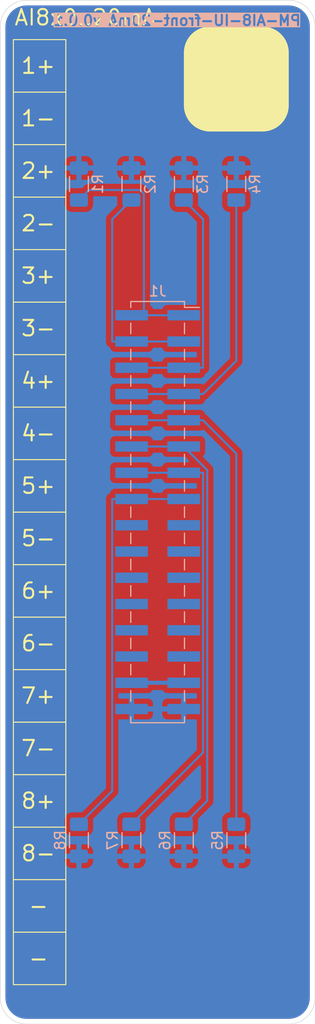
<source format=kicad_pcb>
(kicad_pcb (version 20240108) (generator "pcbnew") (generator_version "8.0")
  (layers (0 "F.Cu" signal) (31 "B.Cu" signal) (34 "B.Paste" user) (35 "F.Paste" user) (36 "B.SilkS" user "B.Silkscreen") (37 "F.SilkS" user "F.Silkscreen") (38 "B.Mask" user) (39 "F.Mask" user) (44 "Edge.Cuts" user))
  (net 0 "")
  (net 5 "/IN3")
  (net 6 "/IN4")
  (net 13 "/IN5")
  (net 16 "GND")
  (net 17 "/IN1")
  (net 18 "/IN7")
  (net 19 "/IN8")
  (net 20 "+5V")
  (net 21 "/IN2")
  (net 22 "/IN6")
  (footprint "Resistor_SMD:R_1206_3216Metric_Pad1.30x1.75mm_HandSolder" (layer "B.Cu") (at 63.5 68.58 90)
    (property "Reference" "R2" (at 0 1.82 90) (layer "B.SilkS") (effects (justify mirror)))
    (property "Value" "200")
    (fp_line (start 0.727064 -0.91) (end -0.727064 -0.91) (stroke (width 0.12)) (layer "B.SilkS"))
    (fp_line (start 0.727064 0.91) (end -0.727064 0.91) (stroke (width 0.12)) (layer "B.SilkS"))
    (pad "1" smd roundrect (at -1.55 0 90) (size 1.3 1.75) (layers "B.Cu" "B.Paste" "B.Mask") (roundrect_rratio 0.192308) (net 21 "/IN2"))
    (pad "2" smd roundrect (at 1.55 0 90) (size 1.3 1.75) (layers "B.Cu" "B.Paste" "B.Mask") (roundrect_rratio 0.192308) (net 16 "GND"))
  )
  (footprint "Resistor_SMD:R_1206_3216Metric_Pad1.30x1.75mm_HandSolder" (layer "B.Cu") (at 73.66 68.58 90)
    (property "Reference" "R4" (at 0 1.82 90) (layer "B.SilkS") (effects (justify mirror)))
    (property "Value" "200")
    (fp_line (start 0.727064 -0.91) (end -0.727064 -0.91) (stroke (width 0.12)) (layer "B.SilkS"))
    (fp_line (start 0.727064 0.91) (end -0.727064 0.91) (stroke (width 0.12)) (layer "B.SilkS"))
    (pad "1" smd roundrect (at -1.55 0 90) (size 1.3 1.75) (layers "B.Cu" "B.Paste" "B.Mask") (roundrect_rratio 0.192308) (net 6 "/IN4"))
    (pad "2" smd roundrect (at 1.55 0 90) (size 1.3 1.75) (layers "B.Cu" "B.Paste" "B.Mask") (roundrect_rratio 0.192308) (net 16 "GND"))
  )
  (footprint "Resistor_SMD:R_1206_3216Metric_Pad1.30x1.75mm_HandSolder" (layer "B.Cu") (at 68.58 68.58 90)
    (property "Reference" "R3" (at 0 1.82 90) (layer "B.SilkS") (effects (justify mirror)))
    (property "Value" "200")
    (fp_line (start 0.727064 -0.91) (end -0.727064 -0.91) (stroke (width 0.12)) (layer "B.SilkS"))
    (fp_line (start 0.727064 0.91) (end -0.727064 0.91) (stroke (width 0.12)) (layer "B.SilkS"))
    (pad "1" smd roundrect (at -1.55 0 90) (size 1.3 1.75) (layers "B.Cu" "B.Paste" "B.Mask") (roundrect_rratio 0.192308) (net 5 "/IN3"))
    (pad "2" smd roundrect (at 1.55 0 90) (size 1.3 1.75) (layers "B.Cu" "B.Paste" "B.Mask") (roundrect_rratio 0.192308) (net 16 "GND"))
  )
  (footprint "Resistor_SMD:R_1206_3216Metric_Pad1.30x1.75mm_HandSolder" (layer "B.Cu") (at 68.58 132.08 -90)
    (property "Reference" "R6" (at 0 1.82 90) (layer "B.SilkS") (effects (justify mirror)))
    (property "Value" "200")
    (fp_line (start 0.727064 0.91) (end -0.727064 0.91) (stroke (width 0.12)) (layer "B.SilkS"))
    (fp_line (start 0.727064 -0.91) (end -0.727064 -0.91) (stroke (width 0.12)) (layer "B.SilkS"))
    (pad "1" smd roundrect (at -1.55 0 270) (size 1.3 1.75) (layers "B.Cu" "B.Paste" "B.Mask") (roundrect_rratio 0.192308) (net 22 "/IN6"))
    (pad "2" smd roundrect (at 1.55 0 270) (size 1.3 1.75) (layers "B.Cu" "B.Paste" "B.Mask") (roundrect_rratio 0.192308) (net 16 "GND"))
  )
  (footprint "Resistor_SMD:R_1206_3216Metric_Pad1.30x1.75mm_HandSolder" (layer "B.Cu") (at 58.42 68.58 90)
    (property "Reference" "R1" (at 0 1.82 90) (layer "B.SilkS") (effects (justify mirror)))
    (property "Value" "200")
    (fp_line (start 0.727064 -0.91) (end -0.727064 -0.91) (stroke (width 0.12)) (layer "B.SilkS"))
    (fp_line (start 0.727064 0.91) (end -0.727064 0.91) (stroke (width 0.12)) (layer "B.SilkS"))
    (pad "1" smd roundrect (at -1.55 0 90) (size 1.3 1.75) (layers "B.Cu" "B.Paste" "B.Mask") (roundrect_rratio 0.192308) (net 17 "/IN1"))
    (pad "2" smd roundrect (at 1.55 0 90) (size 1.3 1.75) (layers "B.Cu" "B.Paste" "B.Mask") (roundrect_rratio 0.192308) (net 16 "GND"))
  )
  (footprint "Resistor_SMD:R_1206_3216Metric_Pad1.30x1.75mm_HandSolder" (layer "B.Cu") (at 73.66 132.08 -90)
    (property "Reference" "R5" (at 0 1.82 90) (layer "B.SilkS") (effects (justify mirror)))
    (property "Value" "200")
    (fp_line (start 0.727064 0.91) (end -0.727064 0.91) (stroke (width 0.12)) (layer "B.SilkS"))
    (fp_line (start 0.727064 -0.91) (end -0.727064 -0.91) (stroke (width 0.12)) (layer "B.SilkS"))
    (pad "1" smd roundrect (at -1.55 0 270) (size 1.3 1.75) (layers "B.Cu" "B.Paste" "B.Mask") (roundrect_rratio 0.192308) (net 13 "/IN5"))
    (pad "2" smd roundrect (at 1.55 0 270) (size 1.3 1.75) (layers "B.Cu" "B.Paste" "B.Mask") (roundrect_rratio 0.192308) (net 16 "GND"))
  )
  (footprint "Resistor_SMD:R_1206_3216Metric_Pad1.30x1.75mm_HandSolder" (layer "B.Cu") (at 63.5 132.08 -90)
    (property "Reference" "R7" (at 0 1.82 90) (layer "B.SilkS") (effects (justify mirror)))
    (property "Value" "200")
    (fp_line (start 0.727064 0.91) (end -0.727064 0.91) (stroke (width 0.12)) (layer "B.SilkS"))
    (fp_line (start 0.727064 -0.91) (end -0.727064 -0.91) (stroke (width 0.12)) (layer "B.SilkS"))
    (pad "1" smd roundrect (at -1.55 0 270) (size 1.3 1.75) (layers "B.Cu" "B.Paste" "B.Mask") (roundrect_rratio 0.192308) (net 18 "/IN7"))
    (pad "2" smd roundrect (at 1.55 0 270) (size 1.3 1.75) (layers "B.Cu" "B.Paste" "B.Mask") (roundrect_rratio 0.192308) (net 16 "GND"))
  )
  (footprint "Resistor_SMD:R_1206_3216Metric_Pad1.30x1.75mm_HandSolder" (layer "B.Cu") (at 58.42 132.08 -90)
    (property "Reference" "R8" (at 0 1.82 90) (layer "B.SilkS") (effects (justify mirror)))
    (property "Value" "200")
    (fp_line (start 0.727064 0.91) (end -0.727064 0.91) (stroke (width 0.12)) (layer "B.SilkS"))
    (fp_line (start 0.727064 -0.91) (end -0.727064 -0.91) (stroke (width 0.12)) (layer "B.SilkS"))
    (pad "1" smd roundrect (at -1.55 0 270) (size 1.3 1.75) (layers "B.Cu" "B.Paste" "B.Mask") (roundrect_rratio 0.192308) (net 19 "/IN8"))
    (pad "2" smd roundrect (at 1.55 0 270) (size 1.3 1.75) (layers "B.Cu" "B.Paste" "B.Mask") (roundrect_rratio 0.192308) (net 16 "GND"))
  )
  (footprint "Connector_PinHeader_2.54mm:PinHeader_2x16_P2.54mm_Vertical_SMD" (layer "B.Cu") (at 66.04 100.33 180)
    (property "Reference" "J1" (at 0 21.38 0) (layer "B.SilkS") (effects (justify mirror)))
    (property "Value" "PinHeader P2.54 02x16 SMD Straight")
    (fp_line (start 2.6 20.38) (end -2.6 20.38) (stroke (width 0.12)) (layer "B.SilkS"))
    (fp_line (start 2.6 19.81) (end 2.6 20.38) (stroke (width 0.12)) (layer "B.SilkS"))
    (fp_line (start 2.6 17.27) (end 2.6 18.29) (stroke (width 0.12)) (layer "B.SilkS"))
    (fp_line (start 2.6 14.73) (end 2.6 15.75) (stroke (width 0.12)) (layer "B.SilkS"))
    (fp_line (start 2.6 12.19) (end 2.6 13.21) (stroke (width 0.12)) (layer "B.SilkS"))
    (fp_line (start 2.6 9.65) (end 2.6 10.67) (stroke (width 0.12)) (layer "B.SilkS"))
    (fp_line (start 2.6 7.11) (end 2.6 8.13) (stroke (width 0.12)) (layer "B.SilkS"))
    (fp_line (start 2.6 4.57) (end 2.6 5.59) (stroke (width 0.12)) (layer "B.SilkS"))
    (fp_line (start 2.6 2.03) (end 2.6 3.05) (stroke (width 0.12)) (layer "B.SilkS"))
    (fp_line (start 2.6 -0.51) (end 2.6 0.51) (stroke (width 0.12)) (layer "B.SilkS"))
    (fp_line (start 2.6 -3.05) (end 2.6 -2.03) (stroke (width 0.12)) (layer "B.SilkS"))
    (fp_line (start 2.6 -5.59) (end 2.6 -4.57) (stroke (width 0.12)) (layer "B.SilkS"))
    (fp_line (start 2.6 -8.13) (end 2.6 -7.11) (stroke (width 0.12)) (layer "B.SilkS"))
    (fp_line (start 2.6 -10.67) (end 2.6 -9.65) (stroke (width 0.12)) (layer "B.SilkS"))
    (fp_line (start 2.6 -13.21) (end 2.6 -12.19) (stroke (width 0.12)) (layer "B.SilkS"))
    (fp_line (start 2.6 -15.75) (end 2.6 -14.73) (stroke (width 0.12)) (layer "B.SilkS"))
    (fp_line (start 2.6 -18.29) (end 2.6 -17.27) (stroke (width 0.12)) (layer "B.SilkS"))
    (fp_line (start 2.6 -20.38) (end 2.6 -19.81) (stroke (width 0.12)) (layer "B.SilkS"))
    (fp_line (start 2.6 -20.38) (end -2.6 -20.38) (stroke (width 0.12)) (layer "B.SilkS"))
    (fp_line (start -2.6 19.81) (end -2.6 20.38) (stroke (width 0.12)) (layer "B.SilkS"))
    (fp_line (start -2.6 19.81) (end -4.04 19.81) (stroke (width 0.12)) (layer "B.SilkS"))
    (fp_line (start -2.6 17.27) (end -2.6 18.29) (stroke (width 0.12)) (layer "B.SilkS"))
    (fp_line (start -2.6 14.73) (end -2.6 15.75) (stroke (width 0.12)) (layer "B.SilkS"))
    (fp_line (start -2.6 12.19) (end -2.6 13.21) (stroke (width 0.12)) (layer "B.SilkS"))
    (fp_line (start -2.6 9.65) (end -2.6 10.67) (stroke (width 0.12)) (layer "B.SilkS"))
    (fp_line (start -2.6 7.11) (end -2.6 8.13) (stroke (width 0.12)) (layer "B.SilkS"))
    (fp_line (start -2.6 4.57) (end -2.6 5.59) (stroke (width 0.12)) (layer "B.SilkS"))
    (fp_line (start -2.6 2.03) (end -2.6 3.05) (stroke (width 0.12)) (layer "B.SilkS"))
    (fp_line (start -2.6 -0.51) (end -2.6 0.51) (stroke (width 0.12)) (layer "B.SilkS"))
    (fp_line (start -2.6 -3.05) (end -2.6 -2.03) (stroke (width 0.12)) (layer "B.SilkS"))
    (fp_line (start -2.6 -5.59) (end -2.6 -4.57) (stroke (width 0.12)) (layer "B.SilkS"))
    (fp_line (start -2.6 -8.13) (end -2.6 -7.11) (stroke (width 0.12)) (layer "B.SilkS"))
    (fp_line (start -2.6 -10.67) (end -2.6 -9.65) (stroke (width 0.12)) (layer "B.SilkS"))
    (fp_line (start -2.6 -13.21) (end -2.6 -12.19) (stroke (width 0.12)) (layer "B.SilkS"))
    (fp_line (start -2.6 -15.75) (end -2.6 -14.73) (stroke (width 0.12)) (layer "B.SilkS"))
    (fp_line (start -2.6 -18.29) (end -2.6 -17.27) (stroke (width 0.12)) (layer "B.SilkS"))
    (fp_line (start -2.6 -20.38) (end -2.6 -19.81) (stroke (width 0.12)) (layer "B.SilkS"))
    (pad "1" smd rect (at -2.525 19.05 180) (size 3.15 1) (layers "B.Cu" "B.Paste" "B.Mask") (net 17 "/IN1"))
    (pad "2" smd rect (at 2.525 19.05 180) (size 3.15 1) (layers "B.Cu" "B.Paste" "B.Mask") (net 17 "/IN1"))
    (pad "3" smd rect (at -2.525 16.51 180) (size 3.15 1) (layers "B.Cu" "B.Paste" "B.Mask") (net 21 "/IN2"))
    (pad "4" smd rect (at 2.525 16.51 180) (size 3.15 1) (layers "B.Cu" "B.Paste" "B.Mask") (net 21 "/IN2"))
    (pad "5" smd rect (at -2.525 13.97 180) (size 3.15 1) (layers "B.Cu" "B.Paste" "B.Mask") (net 5 "/IN3"))
    (pad "6" smd rect (at 2.525 13.97 180) (size 3.15 1) (layers "B.Cu" "B.Paste" "B.Mask") (net 5 "/IN3"))
    (pad "7" smd rect (at -2.525 11.43 180) (size 3.15 1) (layers "B.Cu" "B.Paste" "B.Mask") (net 6 "/IN4"))
    (pad "8" smd rect (at 2.525 11.43 180) (size 3.15 1) (layers "B.Cu" "B.Paste" "B.Mask") (net 6 "/IN4"))
    (pad "9" smd rect (at -2.525 8.89 180) (size 3.15 1) (layers "B.Cu" "B.Paste" "B.Mask") (net 13 "/IN5"))
    (pad "10" smd rect (at 2.525 8.89 180) (size 3.15 1) (layers "B.Cu" "B.Paste" "B.Mask") (net 13 "/IN5"))
    (pad "11" smd rect (at -2.525 6.35 180) (size 3.15 1) (layers "B.Cu" "B.Paste" "B.Mask") (net 22 "/IN6"))
    (pad "12" smd rect (at 2.525 6.35 180) (size 3.15 1) (layers "B.Cu" "B.Paste" "B.Mask") (net 22 "/IN6"))
    (pad "13" smd rect (at -2.525 3.81 180) (size 3.15 1) (layers "B.Cu" "B.Paste" "B.Mask") (net 18 "/IN7"))
    (pad "14" smd rect (at 2.525 3.81 180) (size 3.15 1) (layers "B.Cu" "B.Paste" "B.Mask") (net 18 "/IN7"))
    (pad "15" smd rect (at -2.525 1.27 180) (size 3.15 1) (layers "B.Cu" "B.Paste" "B.Mask") (net 19 "/IN8"))
    (pad "16" smd rect (at 2.525 1.27 180) (size 3.15 1) (layers "B.Cu" "B.Paste" "B.Mask") (net 19 "/IN8"))
    (pad "17" smd rect (at -2.525 -1.27 180) (size 3.15 1) (layers "B.Cu" "B.Paste" "B.Mask"))
    (pad "18" smd rect (at 2.525 -1.27 180) (size 3.15 1) (layers "B.Cu" "B.Paste" "B.Mask"))
    (pad "19" smd rect (at -2.525 -3.81 180) (size 3.15 1) (layers "B.Cu" "B.Paste" "B.Mask"))
    (pad "20" smd rect (at 2.525 -3.81 180) (size 3.15 1) (layers "B.Cu" "B.Paste" "B.Mask"))
    (pad "21" smd rect (at -2.525 -6.35 180) (size 3.15 1) (layers "B.Cu" "B.Paste" "B.Mask"))
    (pad "22" smd rect (at 2.525 -6.35 180) (size 3.15 1) (layers "B.Cu" "B.Paste" "B.Mask"))
    (pad "23" smd rect (at -2.525 -8.89 180) (size 3.15 1) (layers "B.Cu" "B.Paste" "B.Mask"))
    (pad "24" smd rect (at 2.525 -8.89 180) (size 3.15 1) (layers "B.Cu" "B.Paste" "B.Mask"))
    (pad "25" smd rect (at -2.525 -11.43 180) (size 3.15 1) (layers "B.Cu" "B.Paste" "B.Mask"))
    (pad "26" smd rect (at 2.525 -11.43 180) (size 3.15 1) (layers "B.Cu" "B.Paste" "B.Mask"))
    (pad "27" smd rect (at -2.525 -13.97 180) (size 3.15 1) (layers "B.Cu" "B.Paste" "B.Mask"))
    (pad "28" smd rect (at 2.525 -13.97 180) (size 3.15 1) (layers "B.Cu" "B.Paste" "B.Mask"))
    (pad "29" smd rect (at -2.525 -16.51 180) (size 3.15 1) (layers "B.Cu" "B.Paste" "B.Mask") (net 20 "+5V"))
    (pad "30" smd rect (at 2.525 -16.51 180) (size 3.15 1) (layers "B.Cu" "B.Paste" "B.Mask") (net 20 "+5V"))
    (pad "31" smd rect (at -2.525 -19.05 180) (size 3.15 1) (layers "B.Cu" "B.Paste" "B.Mask") (net 16 "GND"))
    (pad "32" smd rect (at 2.525 -19.05 180) (size 3.15 1) (layers "B.Cu" "B.Paste" "B.Mask") (net 16 "GND"))
  )
  (gr_rect (start 52.07 140.97) (end 57.15 146.05) (stroke (width 0.1)) (fill none) (layer "F.SilkS"))
  (gr_rect (start 52.07 130.81) (end 57.15 135.89) (stroke (width 0.1)) (fill none) (layer "F.SilkS"))
  (gr_rect (start 52.07 90.17) (end 57.15 95.25) (stroke (width 0.1)) (fill none) (layer "F.SilkS"))
  (gr_rect (start 52.07 74.93) (end 57.15 80.01) (stroke (width 0.1)) (fill none) (layer "F.SilkS"))
  (gr_rect (start 52.07 110.49) (end 57.15 115.57) (stroke (width 0.1)) (fill none) (layer "F.SilkS"))
  (gr_rect (start 52.07 125.73) (end 57.15 130.81) (stroke (width 0.1)) (fill none) (layer "F.SilkS"))
  (gr_rect (start 52.07 54.61) (end 57.15 59.69) (stroke (width 0.1)) (fill none) (layer "F.SilkS"))
  (gr_rect (start 52.07 95.25) (end 57.15 100.33) (stroke (width 0.1)) (fill none) (layer "F.SilkS"))
  (gr_rect (start 52.07 80.01) (end 57.15 85.09) (stroke (width 0.1)) (fill none) (layer "F.SilkS"))
  (gr_rect (start 52.07 115.57) (end 57.15 120.65) (stroke (width 0.1)) (fill none) (layer "F.SilkS"))
  (gr_rect (start 52.07 105.41) (end 57.15 110.49) (stroke (width 0.1)) (fill none) (layer "F.SilkS"))
  (gr_rect (start 52.07 85.09) (end 57.15 90.17) (stroke (width 0.1)) (fill none) (layer "F.SilkS"))
  (gr_poly (pts (arc (start 68.58 60.96) (mid 69.323949 62.756051) (end 71.12 63.5)) (arc (start 76.2 63.5) (mid 77.996051 62.756051) (end 78.74 60.96)) (arc (start 78.74 55.88) (mid 77.996051 54.083949) (end 76.2 53.34)) (arc (start 71.12 53.34) (mid 69.323949 54.083949) (end 68.58 55.88))) (fill solid) (layer "F.SilkS"))
  (gr_rect (start 52.07 64.77) (end 57.15 69.85) (stroke (width 0.1)) (fill none) (layer "F.SilkS"))
  (gr_rect (start 52.07 135.89) (end 57.15 140.97) (stroke (width 0.1)) (fill none) (layer "F.SilkS"))
  (gr_rect (start 52.07 59.69) (end 57.15 64.77) (stroke (width 0.1)) (fill none) (layer "F.SilkS"))
  (gr_rect (start 52.07 120.65) (end 57.15 125.73) (stroke (width 0.1)) (fill none) (layer "F.SilkS"))
  (gr_rect (start 52.07 69.85) (end 57.15 74.93) (stroke (width 0.1)) (fill none) (layer "F.SilkS"))
  (gr_rect (start 52.07 100.33) (end 57.15 105.41) (stroke (width 0.1)) (fill none) (layer "F.SilkS"))
  (gr_line (start 81.28 53.34) (end 81.28 147.32) (stroke (width 0.05)) (layer "Edge.Cuts"))
  (gr_arc (start 78.74 50.8) (mid 80.536051 51.543949) (end 81.28 53.34) (stroke (width 0.05)) (layer "Edge.Cuts"))
  (gr_arc (start 81.28 147.32) (mid 80.536051 149.116051) (end 78.74 149.86) (stroke (width 0.05)) (layer "Edge.Cuts"))
  (gr_line (start 78.74 149.86) (end 53.34 149.86) (stroke (width 0.05)) (layer "Edge.Cuts"))
  (gr_arc (start 53.34 149.86) (mid 51.543949 149.116051) (end 50.8 147.32) (stroke (width 0.05)) (layer "Edge.Cuts"))
  (gr_line (start 53.34 50.8) (end 78.74 50.8) (stroke (width 0.05)) (layer "Edge.Cuts"))
  (gr_arc (start 50.8 53.34) (mid 51.543949 51.543949) (end 53.34 50.8) (stroke (width 0.05)) (layer "Edge.Cuts"))
  (gr_line (start 50.8 147.32) (end 50.8 53.34) (stroke (width 0.05)) (layer "Edge.Cuts"))
  (gr_text "PM-AI8-IU-front-20mA v0.0.1" (at 80.01 53.34 0) (layer "B.SilkS" knockout) (effects (font (size 1 1) (thickness 0.2) (bold yes)) (justify left bottom mirror)))
  (gr_text "5-" (at 52.71 103.7415 0) (layer "F.SilkS") (effects (font (size 1.5 1.5) (thickness 0.2)) (justify left bottom)))
  (gr_text "8+" (at 52.71 129.1415 0) (layer "F.SilkS") (effects (font (size 1.5 1.5) (thickness 0.2)) (justify left bottom)))
  (gr_text "3+" (at 52.71 78.3415 0) (layer "F.SilkS") (effects (font (size 1.5 1.5) (thickness 0.2)) (justify left bottom)))
  (gr_text "2-" (at 52.71 73.2615 0) (layer "F.SilkS") (effects (font (size 1.5 1.5) (thickness 0.2)) (justify left bottom)))
  (gr_text "-" (at 54.502857 144.3815 0) (layer "F.SilkS") (effects (font (size 1.5 1.5) (thickness 0.2)) (justify bottom)))
  (gr_text "4-" (at 52.71 93.5815 0) (layer "F.SilkS") (effects (font (size 1.5 1.5) (thickness 0.2)) (justify left bottom)))
  (gr_text "7+" (at 52.71 118.9815 0) (layer "F.SilkS") (effects (font (size 1.5 1.5) (thickness 0.2)) (justify left bottom)))
  (gr_text "AI8x0..20mA" (at 52.07 53.34 0) (layer "F.SilkS") (effects (font (size 1.5 1.5) (thickness 0.2)) (justify left bottom)))
  (gr_text "4+" (at 52.71 88.5015 0) (layer "F.SilkS") (effects (font (size 1.5 1.5) (thickness 0.2)) (justify left bottom)))
  (gr_text "8-" (at 52.71 134.2215 0) (layer "F.SilkS") (effects (font (size 1.5 1.5) (thickness 0.2)) (justify left bottom)))
  (gr_text "6-" (at 52.71 113.9015 0) (layer "F.SilkS") (effects (font (size 1.5 1.5) (thickness 0.2)) (justify left bottom)))
  (gr_text "-" (at 54.502857 139.3015 0) (layer "F.SilkS") (effects (font (size 1.5 1.5) (thickness 0.2)) (justify bottom)))
  (gr_text "7-" (at 52.71 124.0615 0) (layer "F.SilkS") (effects (font (size 1.5 1.5) (thickness 0.2)) (justify left bottom)))
  (gr_text "2+" (at 52.71 68.1815 0) (layer "F.SilkS") (effects (font (size 1.5 1.5) (thickness 0.2)) (justify left bottom)))
  (gr_text "1+" (at 52.71 58.0215 0) (layer "F.SilkS") (effects (font (size 1.5 1.5) (thickness 0.2)) (justify left bottom)))
  (gr_text "1-" (at 52.71 63.1015 0) (layer "F.SilkS") (effects (font (size 1.5 1.5) (thickness 0.2)) (justify left bottom)))
  (gr_text "6+" (at 52.71 108.8215 0) (layer "F.SilkS") (effects (font (size 1.5 1.5) (thickness 0.2)) (justify left bottom)))
  (gr_text "3-" (at 52.71 83.4215 0) (layer "F.SilkS") (effects (font (size 1.5 1.5) (thickness 0.2)) (justify left bottom)))
  (gr_text "5+" (at 52.71 98.6615 0) (layer "F.SilkS") (effects (font (size 1.5 1.5) (thickness 0.2)) (justify left bottom)))
  (segment (start 68.58 70.13) (end 70.4417 71.9917) (width 0.2) (layer "B.Cu") (net 5))
  (segment (start 68.565 86.36) (end 70.4417 86.36) (width 0.2) (layer "B.Cu") (net 5))
  (segment (start 63.515 86.36) (end 68.565 86.36) (width 0.2) (layer "B.Cu") (net 5))
  (segment (start 70.4417 71.9917) (end 70.4417 86.36) (width 0.2) (layer "B.Cu") (net 5))
  (segment (start 73.66 70.13) (end 73.66 85.6817) (width 0.2) (layer "B.Cu") (net 6))
  (segment (start 63.515 88.9) (end 68.565 88.9) (width 0.2) (layer "B.Cu") (net 6))
  (segment (start 68.565 88.9) (end 70.4417 88.9) (width 0.2) (layer "B.Cu") (net 6))
  (segment (start 73.66 85.6817) (end 70.4417 88.9) (width 0.2) (layer "B.Cu") (net 6))
  (segment (start 68.565 91.44) (end 70.4417 91.44) (width 0.2) (layer "B.Cu") (net 13))
  (segment (start 73.66 130.53) (end 73.66 94.6583) (width 0.2) (layer "B.Cu") (net 13))
  (segment (start 73.66 94.6583) (end 70.4417 91.44) (width 0.2) (layer "B.Cu") (net 13))
  (segment (start 63.515 91.44) (end 68.565 91.44) (width 0.2) (layer "B.Cu") (net 13))
  (segment (start 64.7127 81.28) (end 64.7127 69.5328) (width 0.2) (layer "B.Cu") (net 17))
  (segment (start 64.7127 69.5328) (end 64.3411 69.1612) (width 0.2) (layer "B.Cu") (net 17))
  (segment (start 64.3411 69.1612) (end 59.3888 69.1612) (width 0.2) (layer "B.Cu") (net 17))
  (segment (start 68.565 81.28) (end 64.7127 81.28) (width 0.2) (layer "B.Cu") (net 17))
  (segment (start 59.3888 69.1612) (end 58.42 70.13) (width 0.2) (layer "B.Cu") (net 17))
  (segment (start 64.7127 81.28) (end 63.515 81.28) (width 0.2) (layer "B.Cu") (net 17))
  (segment (start 70.4417 123.5883) (end 63.5 130.53) (width 0.2) (layer "B.Cu") (net 18))
  (segment (start 68.565 96.52) (end 70.4417 96.52) (width 0.2) (layer "B.Cu") (net 18))
  (segment (start 63.515 96.52) (end 68.565 96.52) (width 0.2) (layer "B.Cu") (net 18))
  (segment (start 70.4417 96.52) (end 70.4417 123.5883) (width 0.2) (layer "B.Cu") (net 18))
  (segment (start 61.6383 127.3117) (end 58.42 130.53) (width 0.2) (layer "B.Cu") (net 19))
  (segment (start 61.6383 99.06) (end 61.6383 127.3117) (width 0.2) (layer "B.Cu") (net 19))
  (segment (start 68.565 99.06) (end 63.515 99.06) (width 0.2) (layer "B.Cu") (net 19))
  (segment (start 63.515 99.06) (end 61.6383 99.06) (width 0.2) (layer "B.Cu") (net 19))
  (segment (start 63.515 116.84) (end 68.565 116.84) (width 0.4) (layer "B.Cu") (net 20))
  (segment (start 63.515 83.82) (end 61.6383 83.82) (width 0.2) (layer "B.Cu") (net 21))
  (segment (start 63.515 83.82) (end 68.565 83.82) (width 0.2) (layer "B.Cu") (net 21))
  (segment (start 61.6383 71.9917) (end 61.6383 83.82) (width 0.2) (layer "B.Cu") (net 21))
  (segment (start 63.5 70.13) (end 61.6383 71.9917) (width 0.2) (layer "B.Cu") (net 21))
  (segment (start 68.58 130.53) (end 70.8417 128.2683) (width 0.2) (layer "B.Cu") (net 22))
  (segment (start 70.8417 128.2683) (end 70.8417 96.2567) (width 0.2) (layer "B.Cu") (net 22))
  (segment (start 63.515 93.98) (end 68.565 93.98) (width 0.2) (layer "B.Cu") (net 22))
  (segment (start 70.8417 96.2567) (end 68.565 93.98) (width 0.2) (layer "B.Cu") (net 22))
  (zone (net 0) (net_name "") (layer "F.Cu") (priority 1) (connect_pads (clearance 0.5)) (min_thickness 0.25) (fill yes (thermal_gap 0.5) (thermal_bridge_width 0.5) (island_removal_mode 1) (island_area_min 10))
    (polygon (pts (xy 50.8 50.8) (xy 81.28 50.8) (xy 81.28 149.86) (xy 50.8 149.86)))
  )
  (zone (net 16) (net_name "GND") (layer "B.Cu") (connect_pads (clearance 0.5)) (min_thickness 0.25) (fill yes (thermal_gap 0.5) (thermal_bridge_width 0.5))
    (polygon (pts (xy 81.28 50.8) (xy 50.8 50.8) (xy 50.8 149.86) (xy 81.28 149.86)))
  )
)
</source>
